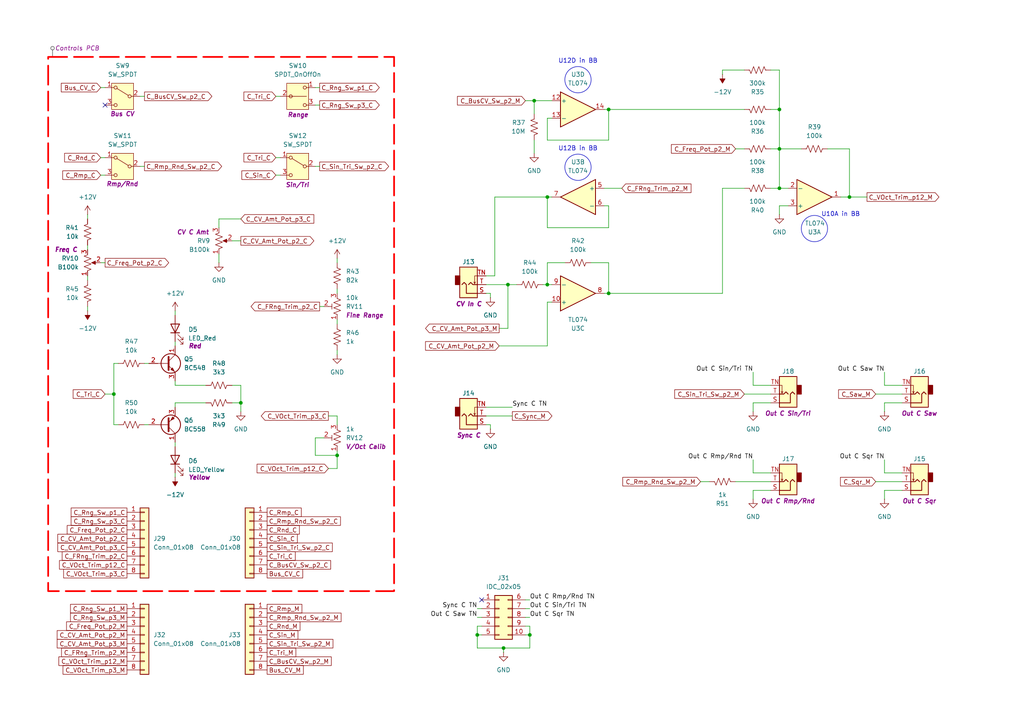
<source format=kicad_sch>
(kicad_sch (version 20250114) (generator "eeschema") (generator_version "9.0")
  (paper "A4")
  (title_block (company "DMH Instruments") (comment 1 "PCB for 10cm Kosmo format synthesizer module"))
  (lib_symbols
    (symbol "Amplifier_Operational:TL074" (pin_names (offset 0.127))
      (property "Reference" "U" (at 0 5.08 0))
      (property "Value" "TL074" (at 0 -5.08 0))
      (symbol "TL074_1_1"
        (pin input line (at -7.62 2.54 0) (length 2.54) (name "+") (number "3"))
        (pin input line (at -7.62 -2.54 0) (length 2.54) (name "-") (number "2"))
        (pin output line (at 7.62 0 180) (length 2.54) (name "~") (number "1"))
      )
      (symbol "TL074_2_1"
        (pin input line (at -7.62 2.54 0) (length 2.54) (name "+") (number "5"))
        (pin input line (at -7.62 -2.54 0) (length 2.54) (name "-") (number "6"))
        (pin output line (at 7.62 0 180) (length 2.54) (name "~") (number "7"))
      )
      (symbol "TL074_3_1"
        (pin input line (at -7.62 2.54 0) (length 2.54) (name "+") (number "10"))
        (pin input line (at -7.62 -2.54 0) (length 2.54) (name "-") (number "9"))
        (pin output line (at 7.62 0 180) (length 2.54) (name "~") (number "8"))
      )
      (symbol "TL074_4_1"
        (pin input line (at -7.62 2.54 0) (length 2.54) (name "+") (number "12"))
        (pin input line (at -7.62 -2.54 0) (length 2.54) (name "-") (number "13"))
        (pin output line (at 7.62 0 180) (length 2.54) (name "~") (number "14"))
      )
      (symbol "TL074_5_1"
        (pin power_in line (at -2.54 7.62 270) (length 3.81) (name "V+") (number "4"))
        (pin power_in line (at -2.54 -7.62 90) (length 3.81) (name "V-") (number "11"))
      )
    )
    (symbol "Connector_Generic:Conn_01x08" (pin_names (offset 1.016) (hide yes))
      (property "Reference" "J" (at 0 10.16 0))
      (property "Value" "Conn_01x08" (at 0 -12.7 0))
      (symbol "Conn_01x08_1_1"
        (pin passive line (at -5.08 7.62 0) (length 3.81) (name "Pin_1") (number "1"))
        (pin passive line (at -5.08 5.08 0) (length 3.81) (name "Pin_2") (number "2"))
        (pin passive line (at -5.08 2.54 0) (length 3.81) (name "Pin_3") (number "3"))
        (pin passive line (at -5.08 0 0) (length 3.81) (name "Pin_4") (number "4"))
        (pin passive line (at -5.08 -2.54 0) (length 3.81) (name "Pin_5") (number "5"))
        (pin passive line (at -5.08 -5.08 0) (length 3.81) (name "Pin_6") (number "6"))
        (pin passive line (at -5.08 -7.62 0) (length 3.81) (name "Pin_7") (number "7"))
        (pin passive line (at -5.08 -10.16 0) (length 3.81) (name "Pin_8") (number "8"))
      )
    )
    (symbol "Device:LED" (pin_numbers (hide yes)) (pin_names (offset 1.016) (hide yes))
      (property "Reference" "D" (at 0 2.54 0))
      (property "Value" "LED" (at 0 -2.54 0))
      (symbol "LED_1_1"
        (pin passive line (at -3.81 0 0) (length 2.54) (name "K") (number "1"))
        (pin passive line (at 3.81 0 180) (length 2.54) (name "A") (number "2"))
      )
    )
    (symbol "Device:R_Potentiometer_Trim_US" (pin_names (offset 1.016) (hide yes))
      (property "Reference" "RV" (at -4.445 0 90))
      (property "Value" "R_Potentiometer_Trim_US" (at -2.54 0 90))
      (symbol "R_Potentiometer_Trim_US_1_1"
        (pin passive line (at 0 3.81 270) (length 1.27) (name "1") (number "1"))
        (pin passive line (at 0 -3.81 90) (length 1.27) (name "3") (number "3"))
        (pin passive line (at 3.81 0 180) (length 1.27) (name "2") (number "2"))
      )
    )
    (symbol "Device:R_Potentiometer_US" (pin_names (offset 1.016) (hide yes))
      (property "Reference" "RV" (at -4.445 0 90))
      (property "Value" "R_Potentiometer_US" (at -2.54 0 90))
      (symbol "R_Potentiometer_US_1_1"
        (pin passive line (at 0 3.81 270) (length 1.27) (name "1") (number "1"))
        (pin passive line (at 0 -3.81 90) (length 1.27) (name "3") (number "3"))
        (pin passive line (at 3.81 0 180) (length 1.27) (name "2") (number "2"))
      )
    )
    (symbol "Device:R_US" (pin_numbers (hide yes)) (pin_names (offset 0))
      (property "Reference" "R" (at 2.54 0 90))
      (property "Value" "R_US" (at -2.54 0 90))
      (symbol "R_US_1_1"
        (pin passive line (at 0 3.81 270) (length 1.27) (name "~") (number "1"))
        (pin passive line (at 0 -3.81 90) (length 1.27) (name "~") (number "2"))
      )
    )
    (symbol "Switch:SW_SPDT" (pin_names (offset 0) (hide yes))
      (property "Reference" "SW" (at 0 5.08 0))
      (property "Value" "SW_SPDT" (at 0 -5.08 0))
      (symbol "SW_SPDT_1_1"
        (pin passive line (at -5.08 0 0) (length 2.54) (name "B") (number "2"))
        (pin passive line (at 5.08 2.54 180) (length 2.54) (name "A") (number "1"))
        (pin passive line (at 5.08 -2.54 180) (length 2.54) (name "C") (number "3"))
      )
    )
    (symbol "SynthStuff:BackBone_Connector_10Pin" (pin_names (offset 1.016) (hide yes))
      (property "Reference" "J" (at 0 -10.922 0))
      (property "Value" "IDC_02x05" (at 0 -8.382 0))
      (symbol "BackBone_Connector_10Pin_1_1"
        (pin passive line (at -6.35 5.08 0) (length 3.81) (name "Pin_1") (number "1"))
        (pin passive line (at -6.35 2.54 0) (length 3.81) (name "Pin_2") (number "2"))
        (pin passive line (at -6.35 0 0) (length 3.81) (name "Pin_3") (number "3"))
        (pin passive line (at -6.35 -2.54 0) (length 3.81) (name "Pin_4") (number "4"))
        (pin passive line (at -6.35 -5.08 0) (length 3.81) (name "Pin_5") (number "5"))
        (pin passive line (at 6.35 5.08 180) (length 3.81) (name "Pin_6") (number "6"))
        (pin passive line (at 6.35 2.54 180) (length 3.81) (name "Pin_7") (number "7"))
        (pin passive line (at 6.35 0 180) (length 3.81) (name "Pin_8") (number "8"))
        (pin passive line (at 6.35 -2.54 180) (length 3.81) (name "Pin_9") (number "9"))
        (pin passive line (at 6.35 -5.08 180) (length 3.81) (name "Pin_10") (number "10"))
      )
    )
    (symbol "SynthStuff:SW_SPDT_OnOffOn" (pin_names (offset 0) (hide yes))
      (property "Reference" "SW" (at 0 5.08 0))
      (property "Value" "SPDT_OnOffOn" (at 0 -5.08 0))
      (symbol "SW_SPDT_OnOffOn_1_1"
        (pin passive line (at -5.08 0 0) (length 2.54) (name "B") (number "2"))
        (pin passive line (at 5.08 2.54 180) (length 2.54) (name "A") (number "1"))
        (pin passive line (at 5.08 -2.54 180) (length 2.54) (name "C") (number "3"))
      )
    )
    (symbol "SynthStuff:TS_Jack_6.35mm_Sw"
      (property "Reference" "J" (at -0.635 8.89 0))
      (property "Value" "TS_Jack_6.35mm_Sw" (at -0.635 6.35 0))
      (symbol "TS_Jack_6.35mm_Sw_1_1"
        (pin passive line (at 5.08 2.54 180) (length 2.54) (name "~") (number "S"))
        (pin passive line (at 5.08 0 180) (length 2.54) (name "~") (number "T"))
        (pin passive line (at 5.08 -2.54 180) (length 2.54) (name "~") (number "TN"))
      )
    )
    (symbol "Transistor_BJT:BC548" (pin_names (offset 0) (hide yes))
      (property "Reference" "Q" (at 5.08 1.905 0))
      (property "Value" "BC548" (at 5.08 0 0))
      (symbol "BC548_1_1"
        (pin input line (at -5.08 0 0) (length 2.54) (name "B") (number "2"))
        (pin passive line (at 2.54 5.08 270) (length 2.54) (name "C") (number "1"))
        (pin passive line (at 2.54 -5.08 90) (length 2.54) (name "E") (number "3"))
      )
    )
    (symbol "Transistor_BJT:BC558" (pin_names (offset 0) (hide yes))
      (property "Reference" "Q" (at 5.08 1.905 0))
      (property "Value" "BC558" (at 5.08 0 0))
      (symbol "BC558_1_1"
        (pin input line (at -5.08 0 0) (length 2.54) (name "B") (number "2"))
        (pin passive line (at 2.54 5.08 270) (length 2.54) (name "C") (number "1"))
        (pin passive line (at 2.54 -5.08 90) (length 2.54) (name "E") (number "3"))
      )
    )
    (symbol "power:+12V" (power) (pin_numbers (hide yes)) (pin_names (offset 0) (hide yes))
      (property "Value" "+12V" (at 0 3.556 0))
      (symbol "+12V_1_1"
        (pin power_in line (at 0 0 90) (length 0) (name "~") (number "1"))
      )
    )
    (symbol "power:-12V" (power) (pin_numbers (hide yes)) (pin_names (offset 0) (hide yes))
      (property "Value" "-12V" (at 0 3.556 0))
      (symbol "-12V_0_0"
        (pin power_in line (at 0 0 90) (length 0) (name "~") (number "1"))
      )
    )
    (symbol "power:GND" (power) (pin_numbers (hide yes)) (pin_names (offset 0) (hide yes))
      (property "Value" "GND" (at 0 -3.81 0))
      (symbol "GND_1_1"
        (pin power_in line (at 0 0 270) (length 0) (name "~") (number "1"))
      )
    )
  )
  (circle (center 236.22 66.294) (radius 3.81))
  (circle (center 167.64 48.514) (radius 3.81))
  (circle (center 167.64 23.114) (radius 3.81))
  (text "U12B in BB" (at 167.64 43.18 0) (effects (font (size 1.27 1.27))))
  (text "U10A in BB" (at 243.84 62.23 0) (effects (font (size 1.27 1.27))))
  (text "U12D in BB" (at 167.64 17.78 0) (effects (font (size 1.27 1.27))))
  (junction (at 154.94 29.21))
  (junction (at 146.05 187.96))
  (junction (at 158.75 82.55))
  (junction (at 158.75 57.15))
  (junction (at 147.32 82.55))
  (junction (at 176.53 31.75))
  (junction (at 153.67 184.15))
  (junction (at 226.06 54.61))
  (junction (at 226.06 31.75))
  (junction (at 176.53 85.09))
  (junction (at 97.79 132.08))
  (junction (at 138.43 184.15))
  (junction (at 33.02 114.3))
  (junction (at 226.06 43.18))
  (junction (at 246.38 57.15))
  (junction (at 69.85 116.84))
  (no_connect (at 139.7 173.99))
  (no_connect (at 30.48 30.48))
  (wire (pts (xy 25.4 88.9) (xy 25.4 90.17)))
  (wire (pts (xy 223.52 31.75) (xy 226.06 31.75)))
  (wire (pts (xy 218.44 137.16) (xy 223.52 137.16)))
  (wire (pts (xy 97.79 120.65) (xy 97.79 123.19)))
  (wire (pts (xy 153.67 184.15) (xy 153.67 187.96)))
  (wire (pts (xy 254 114.3) (xy 261.62 114.3)))
  (wire (pts (xy 256.54 142.24) (xy 256.54 144.78)))
  (wire (pts (xy 176.53 85.09) (xy 175.26 85.09)))
  (wire (pts (xy 97.79 83.82) (xy 97.79 85.09)))
  (wire (pts (xy 33.02 114.3) (xy 33.02 105.41)))
  (wire (pts (xy 203.2 139.7) (xy 205.74 139.7)))
  (wire (pts (xy 91.44 127) (xy 91.44 132.08)))
  (wire (pts (xy 218.44 116.84) (xy 218.44 119.38)))
  (wire (pts (xy 29.21 25.4) (xy 30.48 25.4)))
  (wire (pts (xy 158.75 66.04) (xy 158.75 57.15)))
  (wire (pts (xy 91.44 25.4) (xy 92.71 25.4)))
  (wire (pts (xy 91.44 30.48) (xy 92.71 30.48)))
  (wire (pts (xy 143.51 80.01) (xy 143.51 57.15)))
  (wire (pts (xy 226.06 43.18) (xy 226.06 54.61)))
  (wire (pts (xy 158.75 82.55) (xy 160.02 82.55)))
  (wire (pts (xy 25.4 71.12) (xy 25.4 72.39)))
  (wire (pts (xy 50.8 111.76) (xy 50.8 110.49)))
  (wire (pts (xy 218.44 142.24) (xy 218.44 144.78)))
  (wire (pts (xy 29.21 45.72) (xy 30.48 45.72)))
  (wire (pts (xy 140.97 118.11) (xy 148.59 118.11)))
  (wire (pts (xy 246.38 57.15) (xy 251.46 57.15)))
  (wire (pts (xy 209.55 21.59) (xy 209.55 20.32)))
  (wire (pts (xy 59.69 111.76) (xy 50.8 111.76)))
  (wire (pts (xy 41.91 105.41) (xy 43.18 105.41)))
  (wire (pts (xy 152.4 173.99) (xy 153.67 173.99)))
  (wire (pts (xy 223.52 142.24) (xy 218.44 142.24)))
  (wire (pts (xy 223.52 54.61) (xy 226.06 54.61)))
  (wire (pts (xy 171.45 76.2) (xy 176.53 76.2)))
  (wire (pts (xy 95.25 135.89) (xy 97.79 135.89)))
  (wire (pts (xy 213.36 139.7) (xy 223.52 139.7)))
  (wire (pts (xy 146.05 187.96) (xy 146.05 189.23)))
  (wire (pts (xy 50.8 99.06) (xy 50.8 100.33)))
  (wire (pts (xy 33.02 123.19) (xy 33.02 114.3)))
  (wire (pts (xy 25.4 62.23) (xy 25.4 63.5)))
  (wire (pts (xy 175.26 31.75) (xy 176.53 31.75)))
  (wire (pts (xy 142.24 86.36) (xy 142.24 85.09)))
  (wire (pts (xy 154.94 40.64) (xy 154.94 44.45)))
  (wire (pts (xy 34.29 123.19) (xy 33.02 123.19)))
  (wire (pts (xy 30.48 114.3) (xy 33.02 114.3)))
  (wire (pts (xy 246.38 43.18) (xy 246.38 57.15)))
  (wire (pts (xy 80.01 45.72) (xy 81.28 45.72)))
  (wire (pts (xy 176.53 40.64) (xy 176.53 31.75)))
  (wire (pts (xy 246.38 57.15) (xy 243.84 57.15)))
  (wire (pts (xy 29.21 76.2) (xy 30.48 76.2)))
  (wire (pts (xy 95.25 120.65) (xy 97.79 120.65)))
  (wire (pts (xy 226.06 43.18) (xy 232.41 43.18)))
  (wire (pts (xy 176.53 76.2) (xy 176.53 85.09)))
  (wire (pts (xy 138.43 176.53) (xy 139.7 176.53)))
  (wire (pts (xy 223.52 20.32) (xy 226.06 20.32)))
  (wire (pts (xy 256.54 107.95) (xy 256.54 111.76)))
  (wire (pts (xy 226.06 59.69) (xy 226.06 62.23)))
  (wire (pts (xy 152.4 184.15) (xy 153.67 184.15)))
  (wire (pts (xy 144.78 100.33) (xy 158.75 100.33)))
  (wire (pts (xy 138.43 181.61) (xy 138.43 184.15)))
  (wire (pts (xy 67.31 69.85) (xy 69.85 69.85)))
  (wire (pts (xy 140.97 120.65) (xy 148.59 120.65)))
  (wire (pts (xy 138.43 184.15) (xy 138.43 187.96)))
  (wire (pts (xy 139.7 181.61) (xy 138.43 181.61)))
  (wire (pts (xy 140.97 82.55) (xy 147.32 82.55)))
  (wire (pts (xy 158.75 76.2) (xy 158.75 82.55)))
  (wire (pts (xy 59.69 116.84) (xy 50.8 116.84)))
  (wire (pts (xy 50.8 116.84) (xy 50.8 118.11)))
  (wire (pts (xy 226.06 20.32) (xy 226.06 31.75)))
  (wire (pts (xy 213.36 43.18) (xy 215.9 43.18)))
  (wire (pts (xy 25.4 80.01) (xy 25.4 81.28)))
  (wire (pts (xy 67.31 111.76) (xy 69.85 111.76)))
  (wire (pts (xy 142.24 124.46) (xy 142.24 123.19)))
  (wire (pts (xy 147.32 95.25) (xy 147.32 82.55)))
  (wire (pts (xy 152.4 179.07) (xy 153.67 179.07)))
  (wire (pts (xy 176.53 85.09) (xy 209.55 85.09)))
  (wire (pts (xy 50.8 137.16) (xy 50.8 138.43)))
  (wire (pts (xy 223.52 116.84) (xy 218.44 116.84)))
  (wire (pts (xy 138.43 187.96) (xy 146.05 187.96)))
  (wire (pts (xy 67.31 116.84) (xy 69.85 116.84)))
  (wire (pts (xy 226.06 59.69) (xy 228.6 59.69)))
  (wire (pts (xy 153.67 181.61) (xy 153.67 184.15)))
  (wire (pts (xy 254 139.7) (xy 261.62 139.7)))
  (wire (pts (xy 218.44 111.76) (xy 223.52 111.76)))
  (wire (pts (xy 97.79 101.6) (xy 97.79 102.87)))
  (wire (pts (xy 142.24 123.19) (xy 140.97 123.19)))
  (wire (pts (xy 93.98 127) (xy 91.44 127)))
  (wire (pts (xy 261.62 142.24) (xy 256.54 142.24)))
  (wire (pts (xy 143.51 57.15) (xy 158.75 57.15)))
  (wire (pts (xy 97.79 132.08) (xy 97.79 130.81)))
  (wire (pts (xy 215.9 114.3) (xy 223.52 114.3)))
  (wire (pts (xy 256.54 116.84) (xy 256.54 119.38)))
  (wire (pts (xy 158.75 34.29) (xy 158.75 40.64)))
  (wire (pts (xy 175.26 59.69) (xy 176.53 59.69)))
  (wire (pts (xy 146.05 187.96) (xy 153.67 187.96)))
  (wire (pts (xy 180.34 54.61) (xy 175.26 54.61)))
  (wire (pts (xy 80.01 27.94) (xy 81.28 27.94)))
  (wire (pts (xy 50.8 128.27) (xy 50.8 129.54)))
  (wire (pts (xy 69.85 116.84) (xy 69.85 119.38)))
  (wire (pts (xy 256.54 111.76) (xy 261.62 111.76)))
  (wire (pts (xy 97.79 135.89) (xy 97.79 132.08)))
  (wire (pts (xy 158.75 76.2) (xy 163.83 76.2)))
  (wire (pts (xy 160.02 34.29) (xy 158.75 34.29)))
  (wire (pts (xy 91.44 132.08) (xy 97.79 132.08)))
  (wire (pts (xy 63.5 63.5) (xy 63.5 66.04)))
  (wire (pts (xy 40.64 27.94) (xy 41.91 27.94)))
  (wire (pts (xy 138.43 179.07) (xy 139.7 179.07)))
  (wire (pts (xy 209.55 20.32) (xy 215.9 20.32)))
  (wire (pts (xy 176.53 31.75) (xy 215.9 31.75)))
  (wire (pts (xy 41.91 123.19) (xy 43.18 123.19)))
  (wire (pts (xy 50.8 90.17) (xy 50.8 91.44)))
  (wire (pts (xy 152.4 176.53) (xy 153.67 176.53)))
  (wire (pts (xy 80.01 50.8) (xy 81.28 50.8)))
  (wire (pts (xy 154.94 29.21) (xy 154.94 33.02)))
  (wire (pts (xy 209.55 85.09) (xy 209.55 54.61)))
  (wire (pts (xy 157.48 82.55) (xy 158.75 82.55)))
  (wire (pts (xy 223.52 43.18) (xy 226.06 43.18)))
  (wire (pts (xy 152.4 29.21) (xy 154.94 29.21)))
  (wire (pts (xy 158.75 100.33) (xy 158.75 87.63)))
  (wire (pts (xy 92.71 88.9) (xy 93.98 88.9)))
  (wire (pts (xy 152.4 181.61) (xy 153.67 181.61)))
  (wire (pts (xy 97.79 74.93) (xy 97.79 76.2)))
  (wire (pts (xy 209.55 54.61) (xy 215.9 54.61)))
  (wire (pts (xy 218.44 137.16) (xy 218.44 133.35)))
  (wire (pts (xy 69.85 63.5) (xy 63.5 63.5)))
  (wire (pts (xy 147.32 82.55) (xy 149.86 82.55)))
  (wire (pts (xy 97.79 92.71) (xy 97.79 93.98)))
  (wire (pts (xy 142.24 85.09) (xy 140.97 85.09)))
  (wire (pts (xy 140.97 80.01) (xy 143.51 80.01)))
  (wire (pts (xy 228.6 54.61) (xy 226.06 54.61)))
  (wire (pts (xy 40.64 48.26) (xy 41.91 48.26)))
  (wire (pts (xy 138.43 184.15) (xy 139.7 184.15)))
  (wire (pts (xy 261.62 116.84) (xy 256.54 116.84)))
  (wire (pts (xy 176.53 66.04) (xy 158.75 66.04)))
  (wire (pts (xy 154.94 29.21) (xy 160.02 29.21)))
  (wire (pts (xy 29.21 50.8) (xy 30.48 50.8)))
  (wire (pts (xy 160.02 57.15) (xy 158.75 57.15)))
  (wire (pts (xy 158.75 87.63) (xy 160.02 87.63)))
  (wire (pts (xy 144.78 95.25) (xy 147.32 95.25)))
  (wire (pts (xy 256.54 137.16) (xy 261.62 137.16)))
  (wire (pts (xy 91.44 48.26) (xy 92.71 48.26)))
  (wire (pts (xy 226.06 31.75) (xy 226.06 43.18)))
  (wire (pts (xy 240.03 43.18) (xy 246.38 43.18)))
  (wire (pts (xy 158.75 40.64) (xy 176.53 40.64)))
  (wire (pts (xy 218.44 107.95) (xy 218.44 111.76)))
  (wire (pts (xy 176.53 59.69) (xy 176.53 66.04)))
  (wire (pts (xy 63.5 73.66) (xy 63.5 76.2)))
  (wire (pts (xy 33.02 105.41) (xy 34.29 105.41)))
  (wire (pts (xy 69.85 111.76) (xy 69.85 116.84)))
  (wire (pts (xy 256.54 133.35) (xy 256.54 137.16)))
  (label "Out C Sin{slash}Tri TN" (at 218.44 107.95 180))
  (label "Out C Rmp{slash}Rnd TN" (at 153.67 173.99 0))
  (label "Out C Rmp{slash}Rnd TN" (at 218.44 133.35 180))
  (label "Out C Sqr TN" (at 256.54 133.35 180))
  (label "Out C Saw TN" (at 256.54 107.95 180))
  (label "Out C Sqr TN" (at 153.67 179.07 0))
  (label "Out C Sin{slash}Tri TN" (at 153.67 176.53 0))
  (label "Out C Saw TN" (at 138.43 179.07 180))
  (label "Sync C TN" (at 148.59 118.11 0))
  (label "Sync C TN" (at 138.43 176.53 180))
  (global_label "C_Freq_Pot_p2_C" (shape output) (at 30.48 76.2 0) (property "Intersheetrefs" "${INTERSHEET_REFS}" (effects (hide yes))))
  (global_label "C_Sin_C" (shape passive) (at 77.47 156.21 0) (property "Intersheetrefs" "${INTERSHEET_REFS}" (effects (hide yes))))
  (global_label "C_Rng_Sw_p1_M" (shape passive) (at 36.83 176.53 180) (property "Intersheetrefs" "${INTERSHEET_REFS}" (effects (hide yes))))
  (global_label "C_VOct_Trim_p12_C" (shape passive) (at 36.83 163.83 180) (property "Intersheetrefs" "${INTERSHEET_REFS}" (effects (hide yes))))
  (global_label "C_BusCV_Sw_p2_C" (shape passive) (at 77.47 163.83 0) (property "Intersheetrefs" "${INTERSHEET_REFS}" (effects (hide yes))))
  (global_label "C_CV_Amt_Pot_p2_C" (shape output) (at 69.85 69.85 0) (property "Intersheetrefs" "${INTERSHEET_REFS}" (effects (hide yes))))
  (global_label "C_Sin_Tri_Sw_p2_M" (shape passive) (at 77.47 186.69 0) (property "Intersheetrefs" "${INTERSHEET_REFS}" (effects (hide yes))))
  (global_label "C_CV_Amt_Pot_p3_M" (shape passive) (at 36.83 186.69 180) (property "Intersheetrefs" "${INTERSHEET_REFS}" (effects (hide yes))))
  (global_label "C_Rng_Sw_p3_M" (shape passive) (at 36.83 179.07 180) (property "Intersheetrefs" "${INTERSHEET_REFS}" (effects (hide yes))))
  (global_label "C_BusCV_Sw_p2_C" (shape output) (at 41.91 27.94 0) (property "Intersheetrefs" "${INTERSHEET_REFS}" (effects (hide yes))))
  (global_label "C_Rmp_C" (shape input) (at 29.21 50.8 180) (property "Intersheetrefs" "${INTERSHEET_REFS}" (effects (hide yes))))
  (global_label "C_VOct_Trim_p3_C" (shape output) (at 95.25 120.65 180) (property "Intersheetrefs" "${INTERSHEET_REFS}" (effects (hide yes))))
  (global_label "C_CV_Amt_Pot_p3_C" (shape passive) (at 36.83 158.75 180) (property "Intersheetrefs" "${INTERSHEET_REFS}" (effects (hide yes))))
  (global_label "C_Tri_C" (shape input) (at 30.48 114.3 180) (property "Intersheetrefs" "${INTERSHEET_REFS}" (effects (hide yes))))
  (global_label "C_CV_Amt_Pot_p2_M" (shape input) (at 144.78 100.33 180) (property "Intersheetrefs" "${INTERSHEET_REFS}" (effects (hide yes))))
  (global_label "C_Tri_C" (shape input) (at 80.01 27.94 180) (property "Intersheetrefs" "${INTERSHEET_REFS}" (effects (hide yes))))
  (global_label "Bus_CV_C" (shape passive) (at 77.47 166.37 0) (property "Intersheetrefs" "${INTERSHEET_REFS}" (effects (hide yes))))
  (global_label "C_FRng_Trim_p2_M" (shape input) (at 180.34 54.61 0) (property "Intersheetrefs" "${INTERSHEET_REFS}" (effects (hide yes))))
  (global_label "C_Rmp_M" (shape passive) (at 77.47 176.53 0) (property "Intersheetrefs" "${INTERSHEET_REFS}" (effects (hide yes))))
  (global_label "C_Rng_Sw_p1_C" (shape output) (at 92.71 25.4 0) (property "Intersheetrefs" "${INTERSHEET_REFS}" (effects (hide yes))))
  (global_label "C_CV_Amt_Pot_p2_C" (shape passive) (at 36.83 156.21 180) (property "Intersheetrefs" "${INTERSHEET_REFS}" (effects (hide yes))))
  (global_label "C_FRng_Trim_p2_M" (shape passive) (at 36.83 189.23 180) (property "Intersheetrefs" "${INTERSHEET_REFS}" (effects (hide yes))))
  (global_label "C_FRng_Trim_p2_C" (shape passive) (at 36.83 161.29 180) (property "Intersheetrefs" "${INTERSHEET_REFS}" (effects (hide yes))))
  (global_label "C_CV_Amt_Pot_p2_M" (shape passive) (at 36.83 184.15 180) (property "Intersheetrefs" "${INTERSHEET_REFS}" (effects (hide yes))))
  (global_label "C_Freq_Pot_p2_C" (shape passive) (at 36.83 153.67 180) (property "Intersheetrefs" "${INTERSHEET_REFS}" (effects (hide yes))))
  (global_label "C_Rng_Sw_p3_C" (shape passive) (at 36.83 151.13 180) (property "Intersheetrefs" "${INTERSHEET_REFS}" (effects (hide yes))))
  (global_label "C_VOct_Trim_p3_M" (shape passive) (at 36.83 194.31 180) (property "Intersheetrefs" "${INTERSHEET_REFS}" (effects (hide yes))))
  (global_label "C_Sync_M" (shape output) (at 148.59 120.65 0) (property "Intersheetrefs" "${INTERSHEET_REFS}" (effects (hide yes))))
  (global_label "C_Sin_M" (shape passive) (at 77.47 184.15 0) (property "Intersheetrefs" "${INTERSHEET_REFS}" (effects (hide yes))))
  (global_label "C_Rmp_C" (shape passive) (at 77.47 148.59 0) (property "Intersheetrefs" "${INTERSHEET_REFS}" (effects (hide yes))))
  (global_label "C_CV_Amt_Pot_p3_C" (shape input) (at 69.85 63.5 0) (property "Intersheetrefs" "${INTERSHEET_REFS}" (effects (hide yes))))
  (global_label "C_Rmp_Rnd_Sw_p2_M" (shape passive) (at 77.47 179.07 0) (property "Intersheetrefs" "${INTERSHEET_REFS}" (effects (hide yes))))
  (global_label "C_Tri_C" (shape input) (at 80.01 45.72 180) (property "Intersheetrefs" "${INTERSHEET_REFS}" (effects (hide yes))))
  (global_label "C_Tri_C" (shape passive) (at 77.47 161.29 0) (property "Intersheetrefs" "${INTERSHEET_REFS}" (effects (hide yes))))
  (global_label "C_Sin_Tri_Sw_p2_M" (shape input) (at 215.9 114.3 180) (property "Intersheetrefs" "${INTERSHEET_REFS}" (effects (hide yes))))
  (global_label "C_BusCV_Sw_p2_M" (shape passive) (at 77.47 191.77 0) (property "Intersheetrefs" "${INTERSHEET_REFS}" (effects (hide yes))))
  (global_label "C_Sin_Tri_Sw_p2_C" (shape passive) (at 77.47 158.75 0) (property "Intersheetrefs" "${INTERSHEET_REFS}" (effects (hide yes))))
  (global_label "C_VOct_Trim_p12_M" (shape output) (at 251.46 57.15 0) (property "Intersheetrefs" "${INTERSHEET_REFS}" (effects (hide yes))))
  (global_label "C_Rnd_M" (shape passive) (at 77.47 181.61 0) (property "Intersheetrefs" "${INTERSHEET_REFS}" (effects (hide yes))))
  (global_label "C_Rmp_Rnd_Sw_p2_C" (shape output) (at 41.91 48.26 0) (property "Intersheetrefs" "${INTERSHEET_REFS}" (effects (hide yes))))
  (global_label "C_FRng_Trim_p2_C" (shape output) (at 92.71 88.9 180) (property "Intersheetrefs" "${INTERSHEET_REFS}" (effects (hide yes))))
  (global_label "C_Rng_Sw_p3_C" (shape output) (at 92.71 30.48 0) (property "Intersheetrefs" "${INTERSHEET_REFS}" (effects (hide yes))))
  (global_label "C_BusCV_Sw_p2_M" (shape input) (at 152.4 29.21 180) (property "Intersheetrefs" "${INTERSHEET_REFS}" (effects (hide yes))))
  (global_label "C_VOct_Trim_p12_C" (shape input) (at 95.25 135.89 180) (property "Intersheetrefs" "${INTERSHEET_REFS}" (effects (hide yes))))
  (global_label "C_Rnd_C" (shape input) (at 29.21 45.72 180) (property "Intersheetrefs" "${INTERSHEET_REFS}" (effects (hide yes))))
  (global_label "C_Rng_Sw_p1_C" (shape passive) (at 36.83 148.59 180) (property "Intersheetrefs" "${INTERSHEET_REFS}" (effects (hide yes))))
  (global_label "C_VOct_Trim_p3_C" (shape passive) (at 36.83 166.37 180) (property "Intersheetrefs" "${INTERSHEET_REFS}" (effects (hide yes))))
  (global_label "C_Sqr_M" (shape input) (at 254 139.7 180) (property "Intersheetrefs" "${INTERSHEET_REFS}" (effects (hide yes))))
  (global_label "C_Freq_Pot_p2_M" (shape passive) (at 36.83 181.61 180) (property "Intersheetrefs" "${INTERSHEET_REFS}" (effects (hide yes))))
  (global_label "C_Rmp_Rnd_Sw_p2_M" (shape input) (at 203.2 139.7 180) (property "Intersheetrefs" "${INTERSHEET_REFS}" (effects (hide yes))))
  (global_label "Bus_CV_M" (shape passive) (at 77.47 194.31 0) (property "Intersheetrefs" "${INTERSHEET_REFS}" (effects (hide yes))))
  (global_label "C_CV_Amt_Pot_p3_M" (shape output) (at 144.78 95.25 180) (property "Intersheetrefs" "${INTERSHEET_REFS}" (effects (hide yes))))
  (global_label "C_Freq_Pot_p2_M" (shape input) (at 213.36 43.18 180) (property "Intersheetrefs" "${INTERSHEET_REFS}" (effects (hide yes))))
  (global_label "C_Tri_M" (shape passive) (at 77.47 189.23 0) (property "Intersheetrefs" "${INTERSHEET_REFS}" (effects (hide yes))))
  (global_label "C_VOct_Trim_p12_M" (shape passive) (at 36.83 191.77 180) (property "Intersheetrefs" "${INTERSHEET_REFS}" (effects (hide yes))))
  (global_label "Bus_CV_C" (shape input) (at 29.21 25.4 180) (property "Intersheetrefs" "${INTERSHEET_REFS}" (effects (hide yes))))
  (global_label "C_Rmp_Rnd_Sw_p2_C" (shape passive) (at 77.47 151.13 0) (property "Intersheetrefs" "${INTERSHEET_REFS}" (effects (hide yes))))
  (global_label "C_Rnd_C" (shape passive) (at 77.47 153.67 0) (property "Intersheetrefs" "${INTERSHEET_REFS}" (effects (hide yes))))
  (global_label "C_Sin_Tri_Sw_p2_C" (shape output) (at 92.71 48.26 0) (property "Intersheetrefs" "${INTERSHEET_REFS}" (effects (hide yes))))
  (global_label "C_Saw_M" (shape input) (at 254 114.3 180) (property "Intersheetrefs" "${INTERSHEET_REFS}" (effects (hide yes))))
  (global_label "C_Sin_C" (shape input) (at 80.01 50.8 180) (property "Intersheetrefs" "${INTERSHEET_REFS}" (effects (hide yes))))
  (rule_area (polyline (pts (xy 13.97 16.51) (xy 114.3 16.51) (xy 114.3 171.45) (xy 13.97 171.45)) (stroke (width 0.5) (type dash))))
  (netclass_flag "" (length 2.54) (shape round) (at 15.24 16.51 0) (property "Component Class" "Controls PCB" (at 15.9385 13.97 0) (effects (font (italic yes)) (justify left))))
  (symbol (lib_id "Connector_Generic:Conn_01x08") (at 72.39 184.15 0) (mirror y) (unit 1) (on_board no)
    (property "Reference" "J33" (at 69.85 184.1499 0) (effects (justify left)))
    (property "Value" "Conn_01x08" (at 69.85 186.6899 0) (effects (justify left)))
    (property "Footprint" "Connector_PinHeader_2.54mm:PinHeader_1x08_P2.54mm_Vertical" (effects (hide yes)))
    (property "Description" "Generic connector, single row, 01x08, script generated (kicad-library-utils/schlib/autogen/connector/)" (effects (hide yes)))
  )
  (symbol (lib_id "Device:R_US") (at 167.64 76.2 90) (unit 1) (on_board no)
    (property "Reference" "R42" (at 167.64 69.85 90))
    (property "Value" "100k" (at 167.64 72.39 90))
    (property "Footprint" "Resistor_THT:R_Axial_DIN0207_L6.3mm_D2.5mm_P7.62mm_Horizontal" (effects (hide yes)))
    (property "Description" "Resistor, US symbol" (effects (hide yes)))
  )
  (symbol (lib_id "power:GND") (at 226.06 62.23 0) (unit 1) (on_board no)
    (property "Reference" "#PWR040" (effects (hide yes)))
    (property "Value" "GND" (at 226.06 67.31 0))
    (property "Description" "Power symbol creates a global label with name \"GND\" , ground" (effects (hide yes)))
  )
  (symbol (lib_id "Switch:SW_SPDT") (at 35.56 48.26 0) (mirror y) (unit 1)
    (property "Reference" "SW11" (at 35.56 39.37 0))
    (property "Value" "SW_SPDT" (at 35.56 41.91 0))
    (property "Footprint" "SynthStuff:Toggle_Switch_TE" (effects (hide yes)))
    (property "Description" "Switch, single pole double throw" (effects (hide yes)))
    (property "Function" "Rmp/Rnd" (at 35.56 53.34 0) (effects (font (thickness 0.254) (bold yes) (italic yes))))
  )
  (symbol (lib_id "Amplifier_Operational:TL074") (at 167.64 31.75 0) (unit 4) (on_board no)
    (property "Reference" "U3" (at 167.64 21.59 0))
    (property "Value" "TL074" (at 167.64 24.13 0))
    (property "Footprint" "Package_DIP:DIP-14_W7.62mm_Socket" (effects (hide yes)))
    (property "Datasheet" "http://www.ti.com/lit/ds/symlink/tl071.pdf" (effects (hide yes)))
    (property "Description" "Quad Low-Noise JFET-Input Operational Amplifiers, DIP-14/SOIC-14" (effects (hide yes)))
  )
  (symbol (lib_id "Device:R_US") (at 25.4 67.31 0) (mirror y) (unit 1)
    (property "Reference" "R41" (at 22.86 66.0399 0) (effects (justify left)))
    (property "Value" "10k" (at 22.86 68.5799 0) (effects (justify left)))
    (property "Footprint" "Resistor_THT:R_Axial_DIN0207_L6.3mm_D2.5mm_P7.62mm_Horizontal" (effects (hide yes)))
    (property "Description" "Resistor, US symbol" (effects (hide yes)))
  )
  (symbol (lib_id "power:GND") (at 256.54 144.78 0) (unit 1) (on_board no)
    (property "Reference" "#PWR053" (effects (hide yes)))
    (property "Value" "GND" (at 256.54 149.86 0))
    (property "Description" "Power symbol creates a global label with name \"GND\" , ground" (effects (hide yes)))
  )
  (symbol (lib_id "Device:R_US") (at 219.71 31.75 270) (mirror x) (unit 1) (on_board no)
    (property "Reference" "R36" (at 219.71 38.1 90))
    (property "Value" "100k" (at 219.71 35.56 90))
    (property "Footprint" "Resistor_THT:R_Axial_DIN0207_L6.3mm_D2.5mm_P7.62mm_Horizontal" (effects (hide yes)))
    (property "Description" "Resistor, US symbol" (effects (hide yes)))
  )
  (symbol (lib_id "Device:R_US") (at 97.79 80.01 180) (unit 1)
    (property "Reference" "R43" (at 100.33 78.7399 0) (effects (justify right)))
    (property "Value" "82k" (at 100.33 81.2799 0) (effects (justify right)))
    (property "Footprint" "Resistor_THT:R_Axial_DIN0207_L6.3mm_D2.5mm_P7.62mm_Horizontal" (effects (hide yes)))
    (property "Description" "Resistor, US symbol" (effects (hide yes)))
  )
  (symbol (lib_id "Switch:SW_SPDT") (at 35.56 27.94 0) (mirror y) (unit 1)
    (property "Reference" "SW9" (at 35.56 19.05 0))
    (property "Value" "SW_SPDT" (at 35.56 21.59 0))
    (property "Footprint" "SynthStuff:Toggle_Switch_TE" (effects (hide yes)))
    (property "Description" "Switch, single pole double throw" (effects (hide yes)))
    (property "Function" "Bus CV" (at 35.56 33.02 0) (effects (font (thickness 0.254) (bold yes) (italic yes))))
  )
  (symbol (lib_id "Device:R_US") (at 219.71 54.61 270) (mirror x) (unit 1) (on_board no)
    (property "Reference" "R40" (at 219.71 60.96 90))
    (property "Value" "100k" (at 219.71 58.42 90))
    (property "Footprint" "Resistor_THT:R_Axial_DIN0207_L6.3mm_D2.5mm_P7.62mm_Horizontal" (effects (hide yes)))
    (property "Description" "Resistor, US symbol" (effects (hide yes)))
  )
  (symbol (lib_id "Connector_Generic:Conn_01x08") (at 41.91 184.15 0) (unit 1) (on_board no)
    (property "Reference" "J32" (at 44.45 184.1499 0) (effects (justify left)))
    (property "Value" "Conn_01x08" (at 44.45 186.6899 0) (effects (justify left)))
    (property "Footprint" "Connector_PinHeader_2.54mm:PinHeader_1x08_P2.54mm_Vertical" (effects (hide yes)))
    (property "Description" "Generic connector, single row, 01x08, script generated (kicad-library-utils/schlib/autogen/connector/)" (effects (hide yes)))
  )
  (symbol (lib_id "Device:R_Potentiometer_Trim_US") (at 97.79 88.9 180) (unit 1)
    (property "Reference" "RV11" (at 100.33 88.9 0) (effects (justify right)))
    (property "Value" "10k" (at 100.33 86.36 0) (effects (justify right)))
    (property "Footprint" "Potentiometer_THT:Potentiometer_Bourns_3296W_Vertical" (effects (hide yes)))
    (property "Description" "Trim-potentiometer, US symbol" (effects (hide yes)))
    (property "Function" "Fine Range" (at 100.33 91.44 0) (effects (font (thickness 0.254) (bold yes) (italic yes)) (justify right)))
  )
  (symbol (lib_id "Device:R_US") (at 236.22 43.18 90) (unit 1) (on_board no)
    (property "Reference" "R39" (at 236.22 36.83 90))
    (property "Value" "100k" (at 236.22 39.37 90))
    (property "Footprint" "Resistor_THT:R_Axial_DIN0207_L6.3mm_D2.5mm_P7.62mm_Horizontal" (effects (hide yes)))
    (property "Description" "Resistor, US symbol" (effects (hide yes)))
  )
  (symbol (lib_id "Device:R_US") (at 153.67 82.55 90) (unit 1) (on_board no)
    (property "Reference" "R44" (at 153.67 76.2 90))
    (property "Value" "100k" (at 153.67 78.74 90))
    (property "Footprint" "Resistor_THT:R_Axial_DIN0207_L6.3mm_D2.5mm_P7.62mm_Horizontal" (effects (hide yes)))
    (property "Description" "Resistor, US symbol" (effects (hide yes)))
  )
  (symbol (lib_id "Device:R_Potentiometer_US") (at 25.4 76.2 0) (mirror x) (unit 1)
    (property "Reference" "RV10" (at 22.86 74.9299 0) (effects (justify right)))
    (property "Value" "B100k" (at 22.86 77.4699 0) (effects (justify right)))
    (property "Footprint" "SynthStuff:Potentiometer_Alpha_RD901F-40-00D_Single_Vertical" (effects (hide yes)))
    (property "Description" "Potentiometer, US symbol" (effects (hide yes)))
    (property "Function" "Freq C" (at 15.748 72.39 0) (effects (font (thickness 0.254) (bold yes) (italic yes)) (justify left)))
  )
  (symbol (lib_id "Device:R_US") (at 209.55 139.7 90) (mirror x) (unit 1) (on_board no)
    (property "Reference" "R51" (at 209.55 146.05 90))
    (property "Value" "1k" (at 209.55 143.51 90))
    (property "Footprint" "Resistor_THT:R_Axial_DIN0207_L6.3mm_D2.5mm_P7.62mm_Horizontal" (effects (hide yes)))
    (property "Description" "Resistor, US symbol" (effects (hide yes)))
  )
  (symbol (lib_id "power:GND") (at 146.05 189.23 0) (unit 1) (on_board no)
    (property "Reference" "#PWR054" (effects (hide yes)))
    (property "Value" "GND" (at 146.05 194.31 0))
    (property "Description" "Power symbol creates a global label with name \"GND\" , ground" (effects (hide yes)))
  )
  (symbol (lib_id "Device:R_US") (at 38.1 105.41 90) (unit 1)
    (property "Reference" "R47" (at 38.1 99.06 90))
    (property "Value" "10k" (at 38.1 101.6 90))
    (property "Footprint" "Resistor_THT:R_Axial_DIN0207_L6.3mm_D2.5mm_P7.62mm_Horizontal" (effects (hide yes)))
    (property "Description" "Resistor, US symbol" (effects (hide yes)))
  )
  (symbol (lib_id "SynthStuff:SW_SPDT_OnOffOn") (at 86.36 27.94 0) (unit 1)
    (property "Reference" "SW10" (at 86.36 19.05 0))
    (property "Value" "SPDT_OnOffOn" (at 86.36 21.59 0))
    (property "Footprint" "SynthStuff:Toggle_Switch_TE" (effects (hide yes)))
    (property "Description" "Switch, single pole double throw" (effects (hide yes)))
    (property "Function" "Range" (at 86.36 33.274 0) (effects (font (thickness 0.254) (bold yes) (italic yes))))
  )
  (symbol (lib_id "Device:R_US") (at 154.94 36.83 0) (mirror y) (unit 1) (on_board no)
    (property "Reference" "R37" (at 152.4 35.5599 0) (effects (justify left)))
    (property "Value" "10M" (at 152.4 38.0999 0) (effects (justify left)))
    (property "Footprint" "Resistor_THT:R_Axial_DIN0207_L6.3mm_D2.5mm_P7.62mm_Horizontal" (effects (hide yes)))
    (property "Description" "Resistor, US symbol" (effects (hide yes)))
  )
  (symbol (lib_id "power:+12V") (at 97.79 74.93 0) (unit 1)
    (property "Reference" "#PWR041" (effects (hide yes)))
    (property "Value" "+12V" (at 97.79 69.85 0))
    (property "Description" "Power symbol creates a global label with name \"+12V\"" (effects (hide yes)))
  )
  (symbol (lib_id "SynthStuff:TS_Jack_6.35mm_Sw") (at 266.7 114.3 180) (unit 1) (on_board no)
    (property "Reference" "J16" (at 266.7 107.696 0))
    (property "Value" "TS_Jack_6.35mm_Sw" (effects (hide yes)))
    (property "Footprint" "SynthStuff:CUI_MJ-63052A" (effects (hide yes)))
    (property "Description" "Audio Jack, 2 Poles (Mono / TS), Switched T Pole (Normalling), 6.35mm, 1/4inch" (effects (hide yes)))
    (property "Function" "Out C Saw" (at 266.7 119.888 0) (effects (font (thickness 0.254) (bold yes) (italic yes))))
  )
  (symbol (lib_id "power:GND") (at 69.85 119.38 0) (unit 1)
    (property "Reference" "#PWR047" (effects (hide yes)))
    (property "Value" "GND" (at 69.85 124.46 0))
    (property "Description" "Power symbol creates a global label with name \"GND\" , ground" (effects (hide yes)))
  )
  (symbol (lib_id "Device:R_US") (at 63.5 116.84 90) (mirror x) (unit 1)
    (property "Reference" "R49" (at 63.5 123.19 90))
    (property "Value" "3k3" (at 63.5 120.65 90))
    (property "Footprint" "Resistor_THT:R_Axial_DIN0207_L6.3mm_D2.5mm_P7.62mm_Horizontal" (effects (hide yes)))
    (property "Description" "Resistor, US symbol" (effects (hide yes)))
  )
  (symbol (lib_id "Amplifier_Operational:TL074") (at 167.64 85.09 0) (mirror x) (unit 3) (on_board no)
    (property "Reference" "U3" (at 167.64 95.25 0))
    (property "Value" "TL074" (at 167.64 92.71 0))
    (property "Footprint" "Package_DIP:DIP-14_W7.62mm_Socket" (effects (hide yes)))
    (property "Datasheet" "http://www.ti.com/lit/ds/symlink/tl071.pdf" (effects (hide yes)))
    (property "Description" "Quad Low-Noise JFET-Input Operational Amplifiers, DIP-14/SOIC-14" (effects (hide yes)))
  )
  (symbol (lib_id "power:GND") (at 154.94 44.45 0) (unit 1) (on_board no)
    (property "Reference" "#PWR038" (effects (hide yes)))
    (property "Value" "GND" (at 154.94 49.53 0))
    (property "Description" "Power symbol creates a global label with name \"GND\" , ground" (effects (hide yes)))
  )
  (symbol (lib_id "Connector_Generic:Conn_01x08") (at 72.39 156.21 0) (mirror y) (unit 1)
    (property "Reference" "J30" (at 69.85 156.2099 0) (effects (justify left)))
    (property "Value" "Conn_01x08" (at 69.85 158.7499 0) (effects (justify left)))
    (property "Footprint" "Connector_PinSocket_2.54mm:PinSocket_1x08_P2.54mm_Vertical" (effects (hide yes)))
    (property "Description" "Generic connector, single row, 01x08, script generated (kicad-library-utils/schlib/autogen/connector/)" (effects (hide yes)))
  )
  (symbol (lib_id "power:GND") (at 256.54 119.38 0) (unit 1) (on_board no)
    (property "Reference" "#PWR049" (effects (hide yes)))
    (property "Value" "GND" (at 256.54 124.46 0))
    (property "Description" "Power symbol creates a global label with name \"GND\" , ground" (effects (hide yes)))
  )
  (symbol (lib_id "SynthStuff:BackBone_Connector_10Pin") (at 146.05 179.07 0) (unit 1) (on_board no)
    (property "Reference" "J31" (at 146.05 167.64 0))
    (property "Value" "IDC_02x05" (at 146.05 170.18 0))
    (property "Footprint" "SynthStuff:IDC-Header_2x05_P2.54mm_Vertical_BackBone" (effects (hide yes)))
    (property "Description" "IDC jack, 2x5 pins, row a carries same signals as row b." (effects (hide yes)))
  )
  (symbol (lib_id "Device:R_US") (at 97.79 97.79 180) (unit 1)
    (property "Reference" "R46" (at 100.33 96.5199 0) (effects (justify right)))
    (property "Value" "1k" (at 100.33 99.0599 0) (effects (justify right)))
    (property "Footprint" "Resistor_THT:R_Axial_DIN0207_L6.3mm_D2.5mm_P7.62mm_Horizontal" (effects (hide yes)))
    (property "Description" "Resistor, US symbol" (effects (hide yes)))
  )
  (symbol (lib_id "SynthStuff:TS_Jack_6.35mm_Sw") (at 135.89 120.65 0) (mirror x) (unit 1) (on_board no)
    (property "Reference" "J14" (at 135.89 114.046 0))
    (property "Value" "TS_Jack_6.35mm_Sw" (effects (hide yes)))
    (property "Footprint" "SynthStuff:CUI_MJ-63052A" (effects (hide yes)))
    (property "Description" "Audio Jack, 2 Poles (Mono / TS), Switched T Pole (Normalling), 6.35mm, 1/4inch" (effects (hide yes)))
    (property "Function" "Sync C" (at 135.89 126.238 0) (effects (font (thickness 0.254) (bold yes) (italic yes))))
  )
  (symbol (lib_id "Device:R_US") (at 38.1 123.19 90) (unit 1)
    (property "Reference" "R50" (at 38.1 116.84 90))
    (property "Value" "10k" (at 38.1 119.38 90))
    (property "Footprint" "Resistor_THT:R_Axial_DIN0207_L6.3mm_D2.5mm_P7.62mm_Horizontal" (effects (hide yes)))
    (property "Description" "Resistor, US symbol" (effects (hide yes)))
  )
  (symbol (lib_id "power:-12V") (at 209.55 21.59 180) (unit 1) (on_board no)
    (property "Reference" "#PWR037" (effects (hide yes)))
    (property "Value" "-12V" (at 209.55 26.67 0))
    (property "Description" "Power symbol creates a global label with name \"-12V\"" (effects (hide yes)))
  )
  (symbol (lib_id "Transistor_BJT:BC548") (at 48.26 105.41 0) (unit 1)
    (property "Reference" "Q5" (at 53.34 104.1399 0) (effects (justify left)))
    (property "Value" "BC548" (at 53.34 106.6799 0) (effects (justify left)))
    (property "Footprint" "Package_TO_SOT_THT:TO-92L_Inline_Wide" (effects (hide yes)))
    (property "Datasheet" "https://www.onsemi.com/pub/Collateral/BC550-D.pdf" (effects (hide yes)))
    (property "Description" "0.1A Ic, 30V Vce, Small Signal NPN Transistor, TO-92" (effects (hide yes)))
    (property "Sim.Device" "NPN" (effects (hide yes)))
    (property "Sim.Pins" "1=C 2=B 3=E" (effects (hide yes)))
  )
  (symbol (lib_id "SynthStuff:TS_Jack_6.35mm_Sw") (at 135.89 82.55 0) (mirror x) (unit 1) (on_board no)
    (property "Reference" "J13" (at 135.89 75.946 0))
    (property "Value" "TS_Jack_6.35mm_Sw" (effects (hide yes)))
    (property "Footprint" "SynthStuff:CUI_MJ-63052A" (effects (hide yes)))
    (property "Description" "Audio Jack, 2 Poles (Mono / TS), Switched T Pole (Normalling), 6.35mm, 1/4inch" (effects (hide yes)))
    (property "Function" "CV In C" (at 135.89 88.138 0) (effects (font (thickness 0.254) (bold yes) (italic yes))))
  )
  (symbol (lib_id "Device:R_US") (at 25.4 85.09 0) (mirror y) (unit 1)
    (property "Reference" "R45" (at 22.86 83.8199 0) (effects (justify left)))
    (property "Value" "10k" (at 22.86 86.3599 0) (effects (justify left)))
    (property "Footprint" "Resistor_THT:R_Axial_DIN0207_L6.3mm_D2.5mm_P7.62mm_Horizontal" (effects (hide yes)))
    (property "Description" "Resistor, US symbol" (effects (hide yes)))
  )
  (symbol (lib_id "Switch:SW_SPDT") (at 86.36 48.26 0) (mirror y) (unit 1)
    (property "Reference" "SW12" (at 86.36 39.37 0))
    (property "Value" "SW_SPDT" (at 86.36 41.91 0))
    (property "Footprint" "SynthStuff:Toggle_Switch_TE" (effects (hide yes)))
    (property "Description" "Switch, single pole double throw" (effects (hide yes)))
    (property "Function" "Sin/Tri" (at 86.36 53.594 0) (effects (font (thickness 0.254) (bold yes) (italic yes))))
  )
  (symbol (lib_id "Device:LED") (at 50.8 133.35 90) (unit 1)
    (property "Reference" "D6" (at 54.61 133.6674 90) (effects (justify right)))
    (property "Value" "LED_Yellow" (at 54.61 136.2074 90) (effects (justify right)))
    (property "Footprint" "LED_THT:LED_D3.0mm" (effects (hide yes)))
    (property "Description" "Light emitting diode" (effects (hide yes)))
    (property "Function" "Yellow" (at 57.912 138.43 90) (effects (font (thickness 0.254) (bold yes) (italic yes))))
    (property "Sim.Pins" "1=K 2=A" (effects (hide yes)))
  )
  (symbol (lib_id "Amplifier_Operational:TL074") (at 236.22 57.15 0) (mirror x) (unit 1) (on_board no)
    (property "Reference" "U3" (at 236.22 67.31 0))
    (property "Value" "TL074" (at 233.426 64.77 0) (effects (justify left)))
    (property "Footprint" "Package_DIP:DIP-14_W7.62mm_Socket" (effects (hide yes)))
    (property "Datasheet" "http://www.ti.com/lit/ds/symlink/tl071.pdf" (effects (hide yes)))
    (property "Description" "Quad Low-Noise JFET-Input Operational Amplifiers, DIP-14/SOIC-14" (effects (hide yes)))
  )
  (symbol (lib_id "Device:R_US") (at 219.71 20.32 90) (mirror x) (unit 1) (on_board no)
    (property "Reference" "R35" (at 219.71 26.67 90))
    (property "Value" "300k" (at 219.71 24.13 90))
    (property "Footprint" "Resistor_THT:R_Axial_DIN0207_L6.3mm_D2.5mm_P7.62mm_Horizontal" (effects (hide yes)))
    (property "Description" "Resistor, US symbol" (effects (hide yes)))
  )
  (symbol (lib_id "SynthStuff:TS_Jack_6.35mm_Sw") (at 228.6 114.3 180) (unit 1) (on_board no)
    (property "Reference" "J18" (at 228.6 107.696 0))
    (property "Value" "TS_Jack_6.35mm_Sw" (effects (hide yes)))
    (property "Footprint" "SynthStuff:CUI_MJ-63052A" (effects (hide yes)))
    (property "Description" "Audio Jack, 2 Poles (Mono / TS), Switched T Pole (Normalling), 6.35mm, 1/4inch" (effects (hide yes)))
    (property "Function" "Out C Sin/Tri" (at 228.6 119.888 0) (effects (font (thickness 0.254) (bold yes) (italic yes))))
  )
  (symbol (lib_id "Transistor_BJT:BC558") (at 48.26 123.19 0) (mirror x) (unit 1)
    (property "Reference" "Q6" (at 53.34 121.9199 0) (effects (justify left)))
    (property "Value" "BC558" (at 53.34 124.4599 0) (effects (justify left)))
    (property "Footprint" "Package_TO_SOT_THT:TO-92L_Inline_Wide" (effects (hide yes)))
    (property "Datasheet" "https://www.onsemi.com/pub/Collateral/BC556BTA-D.pdf" (effects (hide yes)))
    (property "Description" "0.1A Ic, 30V Vce, PNP Small Signal Transistor, TO-92" (effects (hide yes)))
    (property "Sim.Device" "PNP" (effects (hide yes)))
    (property "Sim.Pins" "1=C 2=B 3=E" (effects (hide yes)))
  )
  (symbol (lib_id "power:-12V") (at 25.4 90.17 180) (unit 1)
    (property "Reference" "#PWR044" (effects (hide yes)))
    (property "Value" "-12V" (at 25.4 95.25 0))
    (property "Description" "Power symbol creates a global label with name \"-12V\"" (effects (hide yes)))
  )
  (symbol (lib_id "SynthStuff:TS_Jack_6.35mm_Sw") (at 228.6 139.7 180) (unit 1) (on_board no)
    (property "Reference" "J17" (at 228.6 133.096 0))
    (property "Value" "TS_Jack_6.35mm_Sw" (effects (hide yes)))
    (property "Footprint" "SynthStuff:CUI_MJ-63052A" (effects (hide yes)))
    (property "Description" "Audio Jack, 2 Poles (Mono / TS), Switched T Pole (Normalling), 6.35mm, 1/4inch" (effects (hide yes)))
    (property "Function" "Out C Rmp/Rnd" (at 228.6 145.288 0) (effects (font (thickness 0.254) (bold yes) (italic yes))))
  )
  (symbol (lib_id "Connector_Generic:Conn_01x08") (at 41.91 156.21 0) (unit 1)
    (property "Reference" "J29" (at 44.45 156.2099 0) (effects (justify left)))
    (property "Value" "Conn_01x08" (at 44.45 158.7499 0) (effects (justify left)))
    (property "Footprint" "Connector_PinSocket_2.54mm:PinSocket_1x08_P2.54mm_Vertical" (effects (hide yes)))
    (property "Description" "Generic connector, single row, 01x08, script generated (kicad-library-utils/schlib/autogen/connector/)" (effects (hide yes)))
  )
  (symbol (lib_id "SynthStuff:TS_Jack_6.35mm_Sw") (at 266.7 139.7 180) (unit 1) (on_board no)
    (property "Reference" "J15" (at 266.7 133.096 0))
    (property "Value" "TS_Jack_6.35mm_Sw" (effects (hide yes)))
    (property "Footprint" "SynthStuff:CUI_MJ-63052A" (effects (hide yes)))
    (property "Description" "Audio Jack, 2 Poles (Mono / TS), Switched T Pole (Normalling), 6.35mm, 1/4inch" (effects (hide yes)))
    (property "Function" "Out C Sqr" (at 266.7 145.288 0) (effects (font (thickness 0.254) (bold yes) (italic yes))))
  )
  (symbol (lib_id "power:GND") (at 142.24 86.36 0) (unit 1) (on_board no)
    (property "Reference" "#PWR043" (effects (hide yes)))
    (property "Value" "GND" (at 142.24 91.44 0))
    (property "Description" "Power symbol creates a global label with name \"GND\" , ground" (effects (hide yes)))
  )
  (symbol (lib_id "power:GND") (at 218.44 119.38 0) (unit 1) (on_board no)
    (property "Reference" "#PWR048" (effects (hide yes)))
    (property "Value" "GND" (at 218.44 124.46 0))
    (property "Description" "Power symbol creates a global label with name \"GND\" , ground" (effects (hide yes)))
  )
  (symbol (lib_id "Device:R_US") (at 63.5 111.76 90) (unit 1)
    (property "Reference" "R48" (at 63.5 105.41 90))
    (property "Value" "3k3" (at 63.5 107.95 90))
    (property "Footprint" "Resistor_THT:R_Axial_DIN0207_L6.3mm_D2.5mm_P7.62mm_Horizontal" (effects (hide yes)))
    (property "Description" "Resistor, US symbol" (effects (hide yes)))
  )
  (symbol (lib_id "power:GND") (at 142.24 124.46 0) (unit 1) (on_board no)
    (property "Reference" "#PWR050" (effects (hide yes)))
    (property "Value" "GND" (at 142.24 129.54 0))
    (property "Description" "Power symbol creates a global label with name \"GND\" , ground" (effects (hide yes)))
  )
  (symbol (lib_id "Device:R_Potentiometer_Trim_US") (at 97.79 127 180) (unit 1)
    (property "Reference" "RV12" (at 100.33 127 0) (effects (justify right)))
    (property "Value" "1k" (at 100.33 124.46 0) (effects (justify right)))
    (property "Footprint" "Potentiometer_THT:Potentiometer_Bourns_3296W_Vertical" (effects (hide yes)))
    (property "Description" "Trim-potentiometer, US symbol" (effects (hide yes)))
    (property "Function" "V/Oct Calib" (at 100.33 129.54 0) (effects (font (thickness 0.254) (bold yes) (italic yes)) (justify right)))
  )
  (symbol (lib_id "power:+12V") (at 25.4 62.23 0) (unit 1)
    (property "Reference" "#PWR039" (effects (hide yes)))
    (property "Value" "+12V" (at 25.4 57.15 0))
    (property "Description" "Power symbol creates a global label with name \"+12V\"" (effects (hide yes)))
  )
  (symbol (lib_id "power:GND") (at 218.44 144.78 0) (unit 1) (on_board no)
    (property "Reference" "#PWR052" (effects (hide yes)))
    (property "Value" "GND" (at 218.44 149.86 0))
    (property "Description" "Power symbol creates a global label with name \"GND\" , ground" (effects (hide yes)))
  )
  (symbol (lib_id "power:GND") (at 63.5 76.2 0) (unit 1)
    (property "Reference" "#PWR042" (effects (hide yes)))
    (property "Value" "GND" (at 63.5 81.28 0))
    (property "Description" "Power symbol creates a global label with name \"GND\" , ground" (effects (hide yes)))
  )
  (symbol (lib_id "Device:R_US") (at 219.71 43.18 270) (mirror x) (unit 1) (on_board no)
    (property "Reference" "R38" (at 219.71 49.53 90))
    (property "Value" "100k" (at 219.71 46.99 90))
    (property "Footprint" "Resistor_THT:R_Axial_DIN0207_L6.3mm_D2.5mm_P7.62mm_Horizontal" (effects (hide yes)))
    (property "Description" "Resistor, US symbol" (effects (hide yes)))
  )
  (symbol (lib_id "Device:R_Potentiometer_US") (at 63.5 69.85 0) (mirror x) (unit 1)
    (property "Reference" "RV9" (at 60.96 69.8499 0) (effects (justify right)))
    (property "Value" "B100k" (at 60.96 72.3899 0) (effects (justify right)))
    (property "Footprint" "SynthStuff:Potentiometer_Alpha_RD901F-40-00D_Single_Vertical" (effects (hide yes)))
    (property "Description" "Potentiometer, US symbol" (effects (hide yes)))
    (property "Function" "CV C Amt" (at 55.88 67.31 0) (effects (font (thickness 0.254) (bold yes) (italic yes))))
  )
  (symbol (lib_id "Device:LED") (at 50.8 95.25 90) (unit 1)
    (property "Reference" "D5" (at 54.61 95.5674 90) (effects (justify right)))
    (property "Value" "LED_Red" (at 54.61 98.1074 90) (effects (justify right)))
    (property "Footprint" "LED_THT:LED_D3.0mm" (effects (hide yes)))
    (property "Description" "Light emitting diode" (effects (hide yes)))
    (property "Function" "Red" (at 56.642 100.33 90) (effects (font (thickness 0.254) (bold yes) (italic yes))))
    (property "Sim.Pins" "1=K 2=A" (effects (hide yes)))
  )
  (symbol (lib_id "power:GND") (at 97.79 102.87 0) (unit 1)
    (property "Reference" "#PWR046" (effects (hide yes)))
    (property "Value" "GND" (at 97.79 107.95 0))
    (property "Description" "Power symbol creates a global label with name \"GND\" , ground" (effects (hide yes)))
  )
  (symbol (lib_id "power:+12V") (at 50.8 90.17 0) (unit 1)
    (property "Reference" "#PWR045" (effects (hide yes)))
    (property "Value" "+12V" (at 50.8 85.09 0))
    (property "Description" "Power symbol creates a global label with name \"+12V\"" (effects (hide yes)))
  )
  (symbol (lib_id "power:-12V") (at 50.8 138.43 180) (unit 1)
    (property "Reference" "#PWR051" (effects (hide yes)))
    (property "Value" "-12V" (at 50.8 143.51 0))
    (property "Description" "Power symbol creates a global label with name \"-12V\"" (effects (hide yes)))
  )
  (symbol (lib_id "Amplifier_Operational:TL074") (at 167.64 57.15 0) (mirror y) (unit 2) (on_board no)
    (property "Reference" "U3" (at 167.64 46.99 0))
    (property "Value" "TL074" (at 167.64 49.53 0))
    (property "Footprint" "Package_DIP:DIP-14_W7.62mm_Socket" (effects (hide yes)))
    (property "Datasheet" "http://www.ti.com/lit/ds/symlink/tl071.pdf" (effects (hide yes)))
    (property "Description" "Quad Low-Noise JFET-Input Operational Amplifiers, DIP-14/SOIC-14" (effects (hide yes)))
  )
)
</source>
